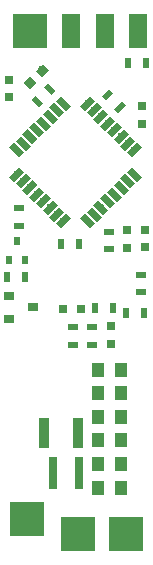
<source format=gtp>
G04 #@! TF.GenerationSoftware,KiCad,Pcbnew,(5.0.0-3-g5ebb6b6)*
G04 #@! TF.CreationDate,2018-09-16T20:00:54+02:00*
G04 #@! TF.ProjectId,Nano_Lambda,4E616E6F5F4C616D6264612E6B696361,rev?*
G04 #@! TF.SameCoordinates,Original*
G04 #@! TF.FileFunction,Paste,Top*
G04 #@! TF.FilePolarity,Positive*
%FSLAX46Y46*%
G04 Gerber Fmt 4.6, Leading zero omitted, Abs format (unit mm)*
G04 Created by KiCad (PCBNEW (5.0.0-3-g5ebb6b6)) date Sunday, 16 September 2018 at 20:00:54*
%MOMM*%
%LPD*%
G01*
G04 APERTURE LIST*
%ADD10R,0.750000X0.800000*%
%ADD11R,0.800000X0.750000*%
%ADD12C,0.750000*%
%ADD13C,0.100000*%
%ADD14R,0.600000X0.800000*%
%ADD15R,0.900000X0.800000*%
%ADD16R,0.900000X0.500000*%
%ADD17R,0.500000X0.900000*%
%ADD18C,0.500000*%
%ADD19R,3.000000X3.000000*%
%ADD20R,1.500000X3.000000*%
%ADD21R,0.900000X2.500000*%
%ADD22R,0.800000X2.700000*%
%ADD23R,1.000000X1.250000*%
%ADD24C,0.600000*%
G04 APERTURE END LIST*
D10*
G04 #@! TO.C,C1*
X165560000Y-64000000D03*
X165560000Y-62500000D03*
G04 #@! TD*
D11*
G04 #@! TO.C,C2*
X171650000Y-81890000D03*
X170150000Y-81890000D03*
G04 #@! TD*
D10*
G04 #@! TO.C,C3*
X176890000Y-64770000D03*
X176890000Y-66270000D03*
G04 #@! TD*
G04 #@! TO.C,C4*
X175600000Y-75230000D03*
X175600000Y-76730000D03*
G04 #@! TD*
G04 #@! TO.C,C6*
X174190000Y-84860000D03*
X174190000Y-83360000D03*
G04 #@! TD*
D12*
G04 #@! TO.C,C8*
X167359670Y-62780330D03*
D13*
G36*
X167377348Y-62232322D02*
X167907678Y-62762652D01*
X167341992Y-63328338D01*
X166811662Y-62798008D01*
X167377348Y-62232322D01*
X167377348Y-62232322D01*
G37*
D12*
X168420330Y-61719670D03*
D13*
G36*
X168438008Y-61171662D02*
X168968338Y-61701992D01*
X168402652Y-62267678D01*
X167872322Y-61737348D01*
X168438008Y-61171662D01*
X168438008Y-61171662D01*
G37*
G04 #@! TD*
D10*
G04 #@! TO.C,C10*
X177100000Y-76720000D03*
X177100000Y-75220000D03*
G04 #@! TD*
D14*
G04 #@! TO.C,D1*
X166280000Y-76210000D03*
X165630000Y-77810000D03*
X166930000Y-77810000D03*
G04 #@! TD*
D15*
G04 #@! TO.C,IC2*
X167586000Y-81796000D03*
X165586000Y-82746000D03*
X165586000Y-80846000D03*
G04 #@! TD*
D16*
G04 #@! TO.C,R3*
X166400000Y-73420000D03*
X166400000Y-74920000D03*
G04 #@! TD*
D17*
G04 #@! TO.C,R4*
X171490000Y-76390000D03*
X169990000Y-76390000D03*
G04 #@! TD*
D16*
G04 #@! TO.C,R5*
X176800000Y-80520000D03*
X176800000Y-79020000D03*
G04 #@! TD*
D17*
G04 #@! TO.C,R6*
X174410000Y-81860000D03*
X172910000Y-81860000D03*
G04 #@! TD*
D18*
G04 #@! TO.C,R10*
X169040330Y-63299670D03*
D13*
G36*
X168898909Y-62804695D02*
X169535305Y-63441091D01*
X169181751Y-63794645D01*
X168545355Y-63158249D01*
X168898909Y-62804695D01*
X168898909Y-62804695D01*
G37*
D18*
X167979670Y-64360330D03*
D13*
G36*
X167838249Y-63865355D02*
X168474645Y-64501751D01*
X168121091Y-64855305D01*
X167484695Y-64218909D01*
X167838249Y-63865355D01*
X167838249Y-63865355D01*
G37*
G04 #@! TD*
D18*
G04 #@! TO.C,R11*
X175000000Y-64840000D03*
D13*
G36*
X174505025Y-64981421D02*
X175141421Y-64345025D01*
X175494975Y-64698579D01*
X174858579Y-65334975D01*
X174505025Y-64981421D01*
X174505025Y-64981421D01*
G37*
D18*
X173939340Y-63779340D03*
D13*
G36*
X173444365Y-63920761D02*
X174080761Y-63284365D01*
X174434315Y-63637919D01*
X173797919Y-64274315D01*
X173444365Y-63920761D01*
X173444365Y-63920761D01*
G37*
G04 #@! TD*
D16*
G04 #@! TO.C,R12*
X171030000Y-83440000D03*
X171030000Y-84940000D03*
G04 #@! TD*
G04 #@! TO.C,R13*
X172630000Y-84950000D03*
X172630000Y-83450000D03*
G04 #@! TD*
G04 #@! TO.C,R15*
X174050000Y-75380000D03*
X174050000Y-76880000D03*
G04 #@! TD*
D17*
G04 #@! TO.C,R18*
X166940000Y-79240000D03*
X165440000Y-79240000D03*
G04 #@! TD*
G04 #@! TO.C,R22*
X177160000Y-61060000D03*
X175660000Y-61060000D03*
G04 #@! TD*
G04 #@! TO.C,R23*
X175526000Y-82296000D03*
X177026000Y-82296000D03*
G04 #@! TD*
D19*
G04 #@! TO.C,J3*
X171450000Y-100965000D03*
G04 #@! TD*
G04 #@! TO.C,J1*
X167386000Y-58420000D03*
G04 #@! TD*
G04 #@! TO.C,J5*
X175514000Y-100965000D03*
G04 #@! TD*
G04 #@! TO.C,J8*
X167132000Y-99720400D03*
G04 #@! TD*
D20*
G04 #@! TO.C,J9*
X176530000Y-58420000D03*
G04 #@! TD*
G04 #@! TO.C,J11*
X173736000Y-58420000D03*
G04 #@! TD*
G04 #@! TO.C,J14*
X170815000Y-58420000D03*
G04 #@! TD*
D21*
G04 #@! TO.C,RV1*
X168550000Y-92405200D03*
X171450000Y-92405200D03*
G04 #@! TD*
D22*
G04 #@! TO.C,L1*
X171500000Y-95820000D03*
X169300000Y-95820000D03*
G04 #@! TD*
D23*
G04 #@! TO.C,C15*
X175110000Y-95060000D03*
X173110000Y-95060000D03*
G04 #@! TD*
G04 #@! TO.C,C16*
X173110000Y-91060000D03*
X175110000Y-91060000D03*
G04 #@! TD*
G04 #@! TO.C,C17*
X175110000Y-89060000D03*
X173110000Y-89060000D03*
G04 #@! TD*
G04 #@! TO.C,C18*
X173110000Y-87060000D03*
X175110000Y-87060000D03*
G04 #@! TD*
G04 #@! TO.C,C19*
X175110000Y-97060000D03*
X173110000Y-97060000D03*
G04 #@! TD*
G04 #@! TO.C,C20*
X173110000Y-93060000D03*
X175110000Y-93060000D03*
G04 #@! TD*
D24*
G04 #@! TO.C,U1*
X166234897Y-68454695D03*
D13*
G36*
X166871293Y-68666827D02*
X166447029Y-69091091D01*
X165598501Y-68242563D01*
X166022765Y-67818299D01*
X166871293Y-68666827D01*
X166871293Y-68666827D01*
G37*
D24*
X166800583Y-67889010D03*
D13*
G36*
X167436979Y-68101142D02*
X167012715Y-68525406D01*
X166164187Y-67676878D01*
X166588451Y-67252614D01*
X167436979Y-68101142D01*
X167436979Y-68101142D01*
G37*
D24*
X167366268Y-67323324D03*
D13*
G36*
X168002664Y-67535456D02*
X167578400Y-67959720D01*
X166729872Y-67111192D01*
X167154136Y-66686928D01*
X168002664Y-67535456D01*
X168002664Y-67535456D01*
G37*
D24*
X167931953Y-66757639D03*
D13*
G36*
X168568349Y-66969771D02*
X168144085Y-67394035D01*
X167295557Y-66545507D01*
X167719821Y-66121243D01*
X168568349Y-66969771D01*
X168568349Y-66969771D01*
G37*
D24*
X168497639Y-66191953D03*
D13*
G36*
X169134035Y-66404085D02*
X168709771Y-66828349D01*
X167861243Y-65979821D01*
X168285507Y-65555557D01*
X169134035Y-66404085D01*
X169134035Y-66404085D01*
G37*
D24*
X169063324Y-65626268D03*
D13*
G36*
X169699720Y-65838400D02*
X169275456Y-66262664D01*
X168426928Y-65414136D01*
X168851192Y-64989872D01*
X169699720Y-65838400D01*
X169699720Y-65838400D01*
G37*
D24*
X169629010Y-65060583D03*
D13*
G36*
X170265406Y-65272715D02*
X169841142Y-65696979D01*
X168992614Y-64848451D01*
X169416878Y-64424187D01*
X170265406Y-65272715D01*
X170265406Y-65272715D01*
G37*
D24*
X170194695Y-64494897D03*
D13*
G36*
X170831091Y-64707029D02*
X170406827Y-65131293D01*
X169558299Y-64282765D01*
X169982563Y-63858501D01*
X170831091Y-64707029D01*
X170831091Y-64707029D01*
G37*
D24*
X172245305Y-64494897D03*
D13*
G36*
X172033173Y-65131293D02*
X171608909Y-64707029D01*
X172457437Y-63858501D01*
X172881701Y-64282765D01*
X172033173Y-65131293D01*
X172033173Y-65131293D01*
G37*
D24*
X172810990Y-65060583D03*
D13*
G36*
X172598858Y-65696979D02*
X172174594Y-65272715D01*
X173023122Y-64424187D01*
X173447386Y-64848451D01*
X172598858Y-65696979D01*
X172598858Y-65696979D01*
G37*
D24*
X173376676Y-65626268D03*
D13*
G36*
X173164544Y-66262664D02*
X172740280Y-65838400D01*
X173588808Y-64989872D01*
X174013072Y-65414136D01*
X173164544Y-66262664D01*
X173164544Y-66262664D01*
G37*
D24*
X173942361Y-66191953D03*
D13*
G36*
X173730229Y-66828349D02*
X173305965Y-66404085D01*
X174154493Y-65555557D01*
X174578757Y-65979821D01*
X173730229Y-66828349D01*
X173730229Y-66828349D01*
G37*
D24*
X174508047Y-66757639D03*
D13*
G36*
X174295915Y-67394035D02*
X173871651Y-66969771D01*
X174720179Y-66121243D01*
X175144443Y-66545507D01*
X174295915Y-67394035D01*
X174295915Y-67394035D01*
G37*
D24*
X175073732Y-67323324D03*
D13*
G36*
X174861600Y-67959720D02*
X174437336Y-67535456D01*
X175285864Y-66686928D01*
X175710128Y-67111192D01*
X174861600Y-67959720D01*
X174861600Y-67959720D01*
G37*
D24*
X175639417Y-67889010D03*
D13*
G36*
X175427285Y-68525406D02*
X175003021Y-68101142D01*
X175851549Y-67252614D01*
X176275813Y-67676878D01*
X175427285Y-68525406D01*
X175427285Y-68525406D01*
G37*
D24*
X176205103Y-68454695D03*
D13*
G36*
X175992971Y-69091091D02*
X175568707Y-68666827D01*
X176417235Y-67818299D01*
X176841499Y-68242563D01*
X175992971Y-69091091D01*
X175992971Y-69091091D01*
G37*
D24*
X176205103Y-70505305D03*
D13*
G36*
X176841499Y-70717437D02*
X176417235Y-71141701D01*
X175568707Y-70293173D01*
X175992971Y-69868909D01*
X176841499Y-70717437D01*
X176841499Y-70717437D01*
G37*
D24*
X175639417Y-71070990D03*
D13*
G36*
X176275813Y-71283122D02*
X175851549Y-71707386D01*
X175003021Y-70858858D01*
X175427285Y-70434594D01*
X176275813Y-71283122D01*
X176275813Y-71283122D01*
G37*
D24*
X175073732Y-71636676D03*
D13*
G36*
X175710128Y-71848808D02*
X175285864Y-72273072D01*
X174437336Y-71424544D01*
X174861600Y-71000280D01*
X175710128Y-71848808D01*
X175710128Y-71848808D01*
G37*
D24*
X174508047Y-72202361D03*
D13*
G36*
X175144443Y-72414493D02*
X174720179Y-72838757D01*
X173871651Y-71990229D01*
X174295915Y-71565965D01*
X175144443Y-72414493D01*
X175144443Y-72414493D01*
G37*
D24*
X173942361Y-72768047D03*
D13*
G36*
X174578757Y-72980179D02*
X174154493Y-73404443D01*
X173305965Y-72555915D01*
X173730229Y-72131651D01*
X174578757Y-72980179D01*
X174578757Y-72980179D01*
G37*
D24*
X173376676Y-73333732D03*
D13*
G36*
X174013072Y-73545864D02*
X173588808Y-73970128D01*
X172740280Y-73121600D01*
X173164544Y-72697336D01*
X174013072Y-73545864D01*
X174013072Y-73545864D01*
G37*
D24*
X172810990Y-73899417D03*
D13*
G36*
X173447386Y-74111549D02*
X173023122Y-74535813D01*
X172174594Y-73687285D01*
X172598858Y-73263021D01*
X173447386Y-74111549D01*
X173447386Y-74111549D01*
G37*
D24*
X172245305Y-74465103D03*
D13*
G36*
X172881701Y-74677235D02*
X172457437Y-75101499D01*
X171608909Y-74252971D01*
X172033173Y-73828707D01*
X172881701Y-74677235D01*
X172881701Y-74677235D01*
G37*
D24*
X170194695Y-74465103D03*
D13*
G36*
X169982563Y-75101499D02*
X169558299Y-74677235D01*
X170406827Y-73828707D01*
X170831091Y-74252971D01*
X169982563Y-75101499D01*
X169982563Y-75101499D01*
G37*
D24*
X169629010Y-73899417D03*
D13*
G36*
X169416878Y-74535813D02*
X168992614Y-74111549D01*
X169841142Y-73263021D01*
X170265406Y-73687285D01*
X169416878Y-74535813D01*
X169416878Y-74535813D01*
G37*
D24*
X169063324Y-73333732D03*
D13*
G36*
X168851192Y-73970128D02*
X168426928Y-73545864D01*
X169275456Y-72697336D01*
X169699720Y-73121600D01*
X168851192Y-73970128D01*
X168851192Y-73970128D01*
G37*
D24*
X168497639Y-72768047D03*
D13*
G36*
X168285507Y-73404443D02*
X167861243Y-72980179D01*
X168709771Y-72131651D01*
X169134035Y-72555915D01*
X168285507Y-73404443D01*
X168285507Y-73404443D01*
G37*
D24*
X167931953Y-72202361D03*
D13*
G36*
X167719821Y-72838757D02*
X167295557Y-72414493D01*
X168144085Y-71565965D01*
X168568349Y-71990229D01*
X167719821Y-72838757D01*
X167719821Y-72838757D01*
G37*
D24*
X167366268Y-71636676D03*
D13*
G36*
X167154136Y-72273072D02*
X166729872Y-71848808D01*
X167578400Y-71000280D01*
X168002664Y-71424544D01*
X167154136Y-72273072D01*
X167154136Y-72273072D01*
G37*
D24*
X166800583Y-71070990D03*
D13*
G36*
X166588451Y-71707386D02*
X166164187Y-71283122D01*
X167012715Y-70434594D01*
X167436979Y-70858858D01*
X166588451Y-71707386D01*
X166588451Y-71707386D01*
G37*
D24*
X166234897Y-70505305D03*
D13*
G36*
X166022765Y-71141701D02*
X165598501Y-70717437D01*
X166447029Y-69868909D01*
X166871293Y-70293173D01*
X166022765Y-71141701D01*
X166022765Y-71141701D01*
G37*
G04 #@! TD*
M02*

</source>
